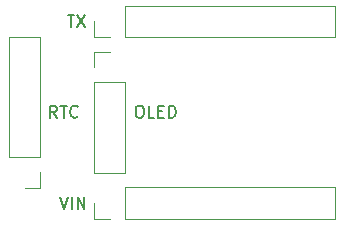
<source format=gto>
%TF.GenerationSoftware,KiCad,Pcbnew,(5.1.7-0-10_14)*%
%TF.CreationDate,2022-03-25T14:58:00-04:00*%
%TF.ProjectId,TOTP Generator,544f5450-2047-4656-9e65-7261746f722e,rev?*%
%TF.SameCoordinates,Original*%
%TF.FileFunction,Legend,Top*%
%TF.FilePolarity,Positive*%
%FSLAX46Y46*%
G04 Gerber Fmt 4.6, Leading zero omitted, Abs format (unit mm)*
G04 Created by KiCad (PCBNEW (5.1.7-0-10_14)) date 2022-03-25 14:58:00*
%MOMM*%
%LPD*%
G01*
G04 APERTURE LIST*
%ADD10C,0.120000*%
%ADD11C,0.150000*%
G04 APERTURE END LIST*
D10*
%TO.C,RTC*%
X94130000Y-77930000D02*
X92800000Y-77930000D01*
X94130000Y-76600000D02*
X94130000Y-77930000D01*
X94130000Y-75330000D02*
X91470000Y-75330000D01*
X91470000Y-75330000D02*
X91470000Y-65110000D01*
X94130000Y-75330000D02*
X94130000Y-65110000D01*
X94130000Y-65110000D02*
X91470000Y-65110000D01*
%TO.C,VIN*%
X98670000Y-80530000D02*
X98670000Y-79200000D01*
X100000000Y-80530000D02*
X98670000Y-80530000D01*
X101270000Y-80530000D02*
X101270000Y-77870000D01*
X101270000Y-77870000D02*
X119110000Y-77870000D01*
X101270000Y-80530000D02*
X119110000Y-80530000D01*
X119110000Y-80530000D02*
X119110000Y-77870000D01*
%TO.C,TX*%
X98670000Y-65130000D02*
X98670000Y-63800000D01*
X100000000Y-65130000D02*
X98670000Y-65130000D01*
X101270000Y-65130000D02*
X101270000Y-62470000D01*
X101270000Y-62470000D02*
X119110000Y-62470000D01*
X101270000Y-65130000D02*
X119110000Y-65130000D01*
X119110000Y-65130000D02*
X119110000Y-62470000D01*
%TO.C,OLED*%
X98670000Y-76650000D02*
X101330000Y-76650000D01*
X98670000Y-68970000D02*
X98670000Y-76650000D01*
X101330000Y-68970000D02*
X101330000Y-76650000D01*
X98670000Y-68970000D02*
X101330000Y-68970000D01*
X98670000Y-67700000D02*
X98670000Y-66370000D01*
X98670000Y-66370000D02*
X100000000Y-66370000D01*
%TO.C,RTC*%
D11*
X95528571Y-71952380D02*
X95195238Y-71476190D01*
X94957142Y-71952380D02*
X94957142Y-70952380D01*
X95338095Y-70952380D01*
X95433333Y-71000000D01*
X95480952Y-71047619D01*
X95528571Y-71142857D01*
X95528571Y-71285714D01*
X95480952Y-71380952D01*
X95433333Y-71428571D01*
X95338095Y-71476190D01*
X94957142Y-71476190D01*
X95814285Y-70952380D02*
X96385714Y-70952380D01*
X96100000Y-71952380D02*
X96100000Y-70952380D01*
X97290476Y-71857142D02*
X97242857Y-71904761D01*
X97100000Y-71952380D01*
X97004761Y-71952380D01*
X96861904Y-71904761D01*
X96766666Y-71809523D01*
X96719047Y-71714285D01*
X96671428Y-71523809D01*
X96671428Y-71380952D01*
X96719047Y-71190476D01*
X96766666Y-71095238D01*
X96861904Y-71000000D01*
X97004761Y-70952380D01*
X97100000Y-70952380D01*
X97242857Y-71000000D01*
X97290476Y-71047619D01*
%TO.C,VIN*%
X95804761Y-78652380D02*
X96138095Y-79652380D01*
X96471428Y-78652380D01*
X96804761Y-79652380D02*
X96804761Y-78652380D01*
X97280952Y-79652380D02*
X97280952Y-78652380D01*
X97852380Y-79652380D01*
X97852380Y-78652380D01*
%TO.C,TX*%
X96438095Y-63252380D02*
X97009523Y-63252380D01*
X96723809Y-64252380D02*
X96723809Y-63252380D01*
X97247619Y-63252380D02*
X97914285Y-64252380D01*
X97914285Y-63252380D02*
X97247619Y-64252380D01*
%TO.C,OLED*%
X102447619Y-70952380D02*
X102638095Y-70952380D01*
X102733333Y-71000000D01*
X102828571Y-71095238D01*
X102876190Y-71285714D01*
X102876190Y-71619047D01*
X102828571Y-71809523D01*
X102733333Y-71904761D01*
X102638095Y-71952380D01*
X102447619Y-71952380D01*
X102352380Y-71904761D01*
X102257142Y-71809523D01*
X102209523Y-71619047D01*
X102209523Y-71285714D01*
X102257142Y-71095238D01*
X102352380Y-71000000D01*
X102447619Y-70952380D01*
X103780952Y-71952380D02*
X103304761Y-71952380D01*
X103304761Y-70952380D01*
X104114285Y-71428571D02*
X104447619Y-71428571D01*
X104590476Y-71952380D02*
X104114285Y-71952380D01*
X104114285Y-70952380D01*
X104590476Y-70952380D01*
X105019047Y-71952380D02*
X105019047Y-70952380D01*
X105257142Y-70952380D01*
X105400000Y-71000000D01*
X105495238Y-71095238D01*
X105542857Y-71190476D01*
X105590476Y-71380952D01*
X105590476Y-71523809D01*
X105542857Y-71714285D01*
X105495238Y-71809523D01*
X105400000Y-71904761D01*
X105257142Y-71952380D01*
X105019047Y-71952380D01*
%TD*%
M02*

</source>
